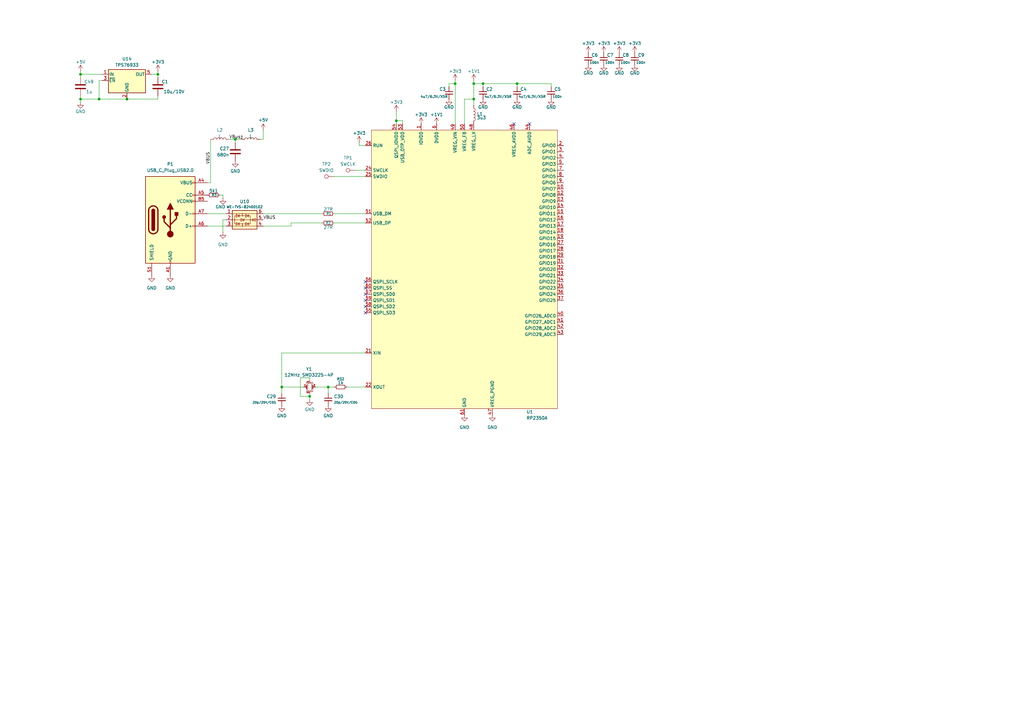
<source format=kicad_sch>
(kicad_sch (version 20250114) (generator "eeschema") (generator_version "9.0")
  (paper "A3")
  (title_block (title "PicoKey"))
  (lib_symbols
    (symbol "+5V_1" (power) (pin_numbers (hide yes)) (pin_names (offset 0) (hide yes))
      (property "Value" "+5V" (at 0 3.556 0))
      (symbol "+5V_1_0_1"
        (polyline (pts (xy -0.762 1.27) (xy 0 2.54)))
        (polyline (pts (xy 0 2.54) (xy 0.762 1.27)))
        (polyline (pts (xy 0 0) (xy 0 2.54)))
      )
      (symbol "+5V_1_1_1"
        (pin power_in line (at 0 0 90) (length 0) (name "~") (number "1"))
      )
    )
    (symbol "Connector:TestPoint" (pin_numbers (hide yes)) (pin_names (offset 0.762) (hide yes))
      (property "Reference" "TP" (at 0 6.858 0))
      (property "Value" "TestPoint" (at 0 5.08 0))
      (symbol "TestPoint_0_1"
        (circle (center 0 3.302) (radius 0.762))
      )
      (symbol "TestPoint_1_1"
        (pin passive line (at 0 0 90) (length 2.54) (name "1") (number "1"))
      )
    )
    (symbol "Connector:USB_C_Plug_USB2.0" (pin_names (offset 1.016))
      (property "Reference" "P" (at -10.16 19.05 0))
      (property "Value" "USB_C_Plug_USB2.0" (at 12.7 19.05 0))
      (symbol "USB_C_Plug_USB2.0_0_0"
        (rectangle (start -0.254 -17.78) (end 0.254 -16.764))
        (rectangle (start 10.16 15.494) (end 9.144 14.986))
        (rectangle (start 10.16 10.414) (end 9.144 9.906))
        (rectangle (start 10.16 7.874) (end 9.144 7.366))
        (rectangle (start 10.16 2.794) (end 9.144 2.286))
        (rectangle (start 10.16 -2.286) (end 9.144 -2.794))
      )
      (symbol "USB_C_Plug_USB2.0_0_1"
        (rectangle (start -10.16 17.78) (end 10.16 -17.78) (stroke (width 0.254)) (fill (type background)))
        (polyline (pts (xy -8.89 -3.81) (xy -8.89 3.81)) (stroke (width 0.508)))
        (rectangle (start -7.62 -3.81) (end -6.35 3.81) (stroke (width 0.254)) (fill (type outline)))
        (arc (start -7.62 3.81) (mid -6.985 4.4423) (end -6.35 3.81) (stroke (width 0.254)))
        (arc (start -7.62 3.81) (mid -6.985 4.4423) (end -6.35 3.81) (stroke (width 0.254)) (fill (type outline)))
        (arc (start -8.89 3.81) (mid -6.985 5.7067) (end -5.08 3.81) (stroke (width 0.508)))
        (arc (start -5.08 -3.81) (mid -6.985 -5.7067) (end -8.89 -3.81) (stroke (width 0.508)))
        (arc (start -6.35 -3.81) (mid -6.985 -4.4423) (end -7.62 -3.81) (stroke (width 0.254)))
        (arc (start -6.35 -3.81) (mid -6.985 -4.4423) (end -7.62 -3.81) (stroke (width 0.254)) (fill (type outline)))
        (polyline (pts (xy -5.08 3.81) (xy -5.08 -3.81)) (stroke (width 0.508)))
        (circle (center -2.54 1.143) (radius 0.635) (stroke (width 0.254)) (fill (type outline)))
        (polyline (pts (xy -1.27 4.318) (xy 0 6.858) (xy 1.27 4.318) (xy -1.27 4.318)) (stroke (width 0.254)) (fill (type outline)))
        (polyline (pts (xy 0 -2.032) (xy 2.54 0.508) (xy 2.54 1.778)) (stroke (width 0.508)))
        (polyline (pts (xy 0 -3.302) (xy -2.54 -0.762) (xy -2.54 0.508)) (stroke (width 0.508)))
        (polyline (pts (xy 0 -5.842) (xy 0 4.318)) (stroke (width 0.508)))
        (circle (center 0 -5.842) (radius 1.27) (fill (type outline)))
        (rectangle (start 1.905 1.778) (end 3.175 3.048) (stroke (width 0.254)) (fill (type outline)))
      )
      (symbol "USB_C_Plug_USB2.0_1_1"
        (pin passive line (at -7.62 -22.86 90) (length 5.08) (name "SHIELD") (number "S1"))
        (pin passive line (at 0 -22.86 90) (length 5.08) (name "GND") (number "A1"))
        (pin passive line (at 0 -22.86 90) (length 5.08) (hide yes) (name "GND") (number "A12"))
        (pin passive line (at 0 -22.86 90) (length 5.08) (hide yes) (name "GND") (number "B1"))
        (pin passive line (at 0 -22.86 90) (length 5.08) (hide yes) (name "GND") (number "B12"))
        (pin passive line (at 15.24 15.24 180) (length 5.08) (name "VBUS") (number "A4"))
        (pin passive line (at 15.24 15.24 180) (length 5.08) (hide yes) (name "VBUS") (number "A9"))
        (pin passive line (at 15.24 15.24 180) (length 5.08) (hide yes) (name "VBUS") (number "B4"))
        (pin passive line (at 15.24 15.24 180) (length 5.08) (hide yes) (name "VBUS") (number "B9"))
        (pin bidirectional line (at 15.24 10.16 180) (length 5.08) (name "CC") (number "A5"))
        (pin bidirectional line (at 15.24 7.62 180) (length 5.08) (name "VCONN") (number "B5"))
        (pin bidirectional line (at 15.24 2.54 180) (length 5.08) (name "D-") (number "A7"))
        (pin bidirectional line (at 15.24 -2.54 180) (length 5.08) (name "D+") (number "A6"))
      )
    )
    (symbol "Device:C" (pin_numbers (hide yes)) (pin_names (offset 0.254))
      (property "Reference" "C" (at 0.635 2.54 0))
      (property "Value" "C" (at 0.635 -2.54 0))
      (symbol "C_0_1"
        (polyline (pts (xy -2.032 0.762) (xy 2.032 0.762)) (stroke (width 0.508)))
        (polyline (pts (xy -2.032 -0.762) (xy 2.032 -0.762)) (stroke (width 0.508)))
      )
      (symbol "C_1_1"
        (pin passive line (at 0 3.81 270) (length 2.794) (name "~") (number "1"))
        (pin passive line (at 0 -3.81 90) (length 2.794) (name "~") (number "2"))
      )
    )
    (symbol "Device:C_Small" (pin_numbers (hide yes)) (pin_names (offset 0.254) (hide yes))
      (property "Reference" "C" (at 0.254 1.778 0))
      (property "Value" "C_Small" (at 0.254 -2.032 0))
      (symbol "C_Small_0_1"
        (polyline (pts (xy -1.524 0.508) (xy 1.524 0.508)) (stroke (width 0.3048)))
        (polyline (pts (xy -1.524 -0.508) (xy 1.524 -0.508)) (stroke (width 0.3302)))
      )
      (symbol "C_Small_1_1"
        (pin passive line (at 0 2.54 270) (length 2.032) (name "~") (number "1"))
        (pin passive line (at 0 -2.54 90) (length 2.032) (name "~") (number "2"))
      )
    )
    (symbol "Device:Crystal_GND24_Small" (pin_names (offset 1.016) (hide yes))
      (property "Reference" "Y" (at 1.27 4.445 0))
      (property "Value" "Crystal_GND24_Small" (at 1.27 2.54 0))
      (symbol "Crystal_GND24_Small_0_1"
        (polyline (pts (xy -1.27 1.27) (xy -1.27 1.905) (xy 1.27 1.905) (xy 1.27 1.27)))
        (polyline (pts (xy -1.27 -0.762) (xy -1.27 0.762)) (stroke (width 0.381)))
        (polyline (pts (xy -1.27 -1.27) (xy -1.27 -1.905) (xy 1.27 -1.905) (xy 1.27 -1.27)))
        (rectangle (start -0.762 -1.524) (end 0.762 1.524))
        (polyline (pts (xy 1.27 -0.762) (xy 1.27 0.762)) (stroke (width 0.381)))
      )
      (symbol "Crystal_GND24_Small_1_1"
        (pin passive line (at -2.54 0 0) (length 1.27) (name "1") (number "1"))
        (pin passive line (at 0 2.54 270) (length 0.635) (name "4") (number "4"))
        (pin passive line (at 0 -2.54 90) (length 0.635) (name "2") (number "2"))
        (pin passive line (at 2.54 0 180) (length 1.27) (name "3") (number "3"))
      )
    )
    (symbol "Device:L" (pin_numbers (hide yes)) (pin_names (offset 1.016) (hide yes))
      (property "Reference" "L" (at -1.27 0 90))
      (property "Value" "L" (at 1.905 0 90))
      (symbol "L_0_1"
        (arc (start 0 2.54) (mid 0.6323 1.905) (end 0 1.27))
        (arc (start 0 1.27) (mid 0.6323 0.635) (end 0 0))
        (arc (start 0 0) (mid 0.6323 -0.635) (end 0 -1.27))
        (arc (start 0 -1.27) (mid 0.6323 -1.905) (end 0 -2.54))
      )
      (symbol "L_1_1"
        (pin passive line (at 0 3.81 270) (length 1.27) (name "1") (number "1"))
        (pin passive line (at 0 -3.81 90) (length 1.27) (name "2") (number "2"))
      )
    )
    (symbol "Device:R_Small" (pin_numbers (hide yes)) (pin_names (offset 0.254) (hide yes))
      (property "Reference" "R" (at 0 0 90))
      (property "Value" "R_Small" (at 1.778 0 90))
      (symbol "R_Small_0_1"
        (rectangle (start -0.762 1.778) (end 0.762 -1.778) (stroke (width 0.2032)))
      )
      (symbol "R_Small_1_1"
        (pin passive line (at 0 2.54 270) (length 0.762) (name "~") (number "1"))
        (pin passive line (at 0 -2.54 90) (length 0.762) (name "~") (number "2"))
      )
    )
    (symbol "Power_Protection:WE-TVS-82400102"
      (property "Reference" "U" (at 0 7.62 0))
      (property "Value" "WE-TVS-82400102" (at 0 5.08 0))
      (symbol "WE-TVS-82400102_0_1"
        (polyline (pts (xy -5.08 2.54) (xy 5.08 2.54)))
        (polyline (pts (xy -5.08 -2.54) (xy 5.08 -2.54)))
        (rectangle (start -4.064 1.651) (end 2.286 -1.651))
        (circle (center -4.064 0) (radius 0.127))
        (polyline (pts (xy -4.064 0) (xy -5.08 0)))
        (polyline (pts (xy -4.064 0) (xy 2.286 0)) (fill (type outline)))
        (polyline (pts (xy -3.429 1.016) (xy -3.429 2.286) (xy -2.159 1.651) (xy -3.429 1.016)))
        (polyline (pts (xy -3.429 -1.016) (xy -3.429 -2.286) (xy -2.159 -1.651) (xy -3.429 -1.016)))
        (polyline (pts (xy -2.159 2.286) (xy -2.159 1.016)))
        (polyline (pts (xy -2.159 -1.016) (xy -2.159 -2.286)))
        (circle (center -0.889 2.54) (radius 0.127))
        (circle (center -0.889 1.651) (radius 0.127))
        (polyline (pts (xy -0.889 1.651) (xy -0.889 2.54)))
        (circle (center -0.889 -1.651) (radius 0.127))
        (polyline (pts (xy -0.889 -1.651) (xy -0.889 -2.413)))
        (circle (center -0.889 -2.54) (radius 0.127))
        (polyline (pts (xy -0.508 -0.635) (xy -0.508 -0.635)))
        (polyline (pts (xy 0 0.635) (xy -0.254 0.381) (xy -0.254 -0.381) (xy -0.508 -0.635)))
        (polyline (pts (xy 0.381 1.016) (xy 0.381 2.286) (xy 1.651 1.651) (xy 0.381 1.016)))
        (polyline (pts (xy 0.381 -1.016) (xy 0.381 -2.286) (xy 1.651 -1.651) (xy 0.381 -1.016)))
        (polyline (pts (xy 1.651 2.286) (xy 1.651 1.016)))
        (polyline (pts (xy 1.651 -1.016) (xy 1.651 -2.286)))
        (polyline (pts (xy 2.286 0) (xy 5.08 0)))
        (circle (center 2.286 0) (radius 0.127))
      )
      (symbol "WE-TVS-82400102_1_1"
        (rectangle (start -5.08 3.81) (end 5.08 -3.81) (stroke (width 0.254)) (fill (type background)))
        (polyline (pts (xy -1.524 0.635) (xy -1.524 -0.635) (xy -0.254 0) (xy -1.524 0.635)))
        (polyline (pts (xy 3.175 0.635) (xy 3.175 -0.635)))
        (polyline (pts (xy 4.445 0.635) (xy 4.445 -0.635) (xy 3.175 0) (xy 4.445 0.635)))
        (pin passive line (at -7.62 2.54 0) (length 2.54) (name "~") (number "1"))
        (pin passive line (at -7.62 0 0) (length 2.54) (name "~") (number "2"))
        (pin passive line (at -7.62 -2.54 0) (length 2.54) (name "~") (number "3"))
        (pin passive line (at 7.62 2.54 180) (length 2.54) (name "~") (number "6"))
        (pin passive line (at 7.62 0 180) (length 2.54) (name "~") (number "5"))
        (pin passive line (at 7.62 -2.54 180) (length 2.54) (name "~") (number "4"))
      )
    )
    (symbol "Regulator_Linear:TPS76933" (pin_names (offset 0.254))
      (property "Reference" "U" (at -6.35 5.715 0))
      (property "Value" "TPS76933" (at 0 5.715 0))
      (symbol "TPS76933_0_1"
        (rectangle (start -7.62 4.445) (end 7.62 -5.08) (stroke (width 0.254)) (fill (type background)))
      )
      (symbol "TPS76933_1_1"
        (pin power_in line (at -10.16 2.54 0) (length 2.54) (name "IN") (number "1"))
        (pin input line (at -10.16 0 0) (length 2.54) (name "~{EN}") (number "3"))
        (pin power_in line (at 0 -7.62 90) (length 2.54) (name "GND") (number "2"))
        (pin no_connect line (at 7.62 0 180) (length 2.54) (hide yes) (name "NC") (number "4"))
        (pin power_out line (at 10.16 2.54 180) (length 2.54) (name "OUT") (number "5"))
      )
    )
    (symbol "power:+1V1" (power) (pin_numbers (hide yes)) (pin_names (offset 0) (hide yes))
      (property "Value" "+1V1" (at 0 3.556 0))
      (symbol "+1V1_0_1"
        (polyline (pts (xy -0.762 1.27) (xy 0 2.54)))
        (polyline (pts (xy 0 2.54) (xy 0.762 1.27)))
        (polyline (pts (xy 0 0) (xy 0 2.54)))
      )
      (symbol "+1V1_1_1"
        (pin power_in line (at 0 0 90) (length 0) (name "~") (number "1"))
      )
    )
    (symbol "power:+3V3" (power) (pin_numbers (hide yes)) (pin_names (offset 0) (hide yes))
      (property "Value" "+3V3" (at 0 3.556 0))
      (symbol "+3V3_0_1"
        (polyline (pts (xy -0.762 1.27) (xy 0 2.54)))
        (polyline (pts (xy 0 2.54) (xy 0.762 1.27)))
        (polyline (pts (xy 0 0) (xy 0 2.54)))
      )
      (symbol "+3V3_1_1"
        (pin power_in line (at 0 0 90) (length 0) (name "~") (number "1"))
      )
    )
    (symbol "power:+5V" (power) (pin_names (offset 0))
      (property "Value" "+5V" (at 0 3.556 0))
      (symbol "+5V_0_1"
        (polyline (pts (xy -0.762 1.27) (xy 0 2.54)))
        (polyline (pts (xy 0 2.54) (xy 0.762 1.27)))
        (polyline (pts (xy 0 0) (xy 0 2.54)))
      )
      (symbol "+5V_1_1"
        (pin power_in line (at 0 0 90) (length 0) (hide yes) (name "+5V") (number "1"))
      )
    )
    (symbol "power:GND" (power) (pin_numbers (hide yes)) (pin_names (offset 0) (hide yes))
      (property "Value" "GND" (at 0 -3.81 0))
      (symbol "GND_0_1"
        (polyline (pts (xy 0 0) (xy 0 -1.27) (xy 1.27 -1.27) (xy 0 -2.54) (xy -1.27 -1.27) (xy 0 -1.27)))
      )
      (symbol "GND_1_1"
        (pin power_in line (at 0 0 270) (length 0) (name "~") (number "1"))
      )
    )
    (symbol "rt_MCU:RP2350A"
      (property "Reference" "U" (at 33.02 53.848 0))
      (property "Value" "RP2350A" (at 33.02 51.816 0))
      (symbol "RP2350A_0_0"
        (pin input line (at -40.64 44.45 0) (length 2.54) (name "RUN") (number "26"))
        (pin input line (at -40.64 34.29 0) (length 2.54) (name "SWCLK") (number "24"))
        (pin input line (at -40.64 31.75 0) (length 2.54) (name "SWDIO") (number "25"))
        (pin bidirectional line (at -40.64 16.51 0) (length 2.54) (name "USB_DM") (number "51"))
        (pin bidirectional line (at -40.64 12.7 0) (length 2.54) (name "USB_DP") (number "52"))
        (pin output line (at -40.64 -11.43 0) (length 2.54) (name "QSPI_SCLK") (number "56"))
        (pin output line (at -40.64 -13.97 0) (length 2.54) (name "QSPI_SS") (number "60"))
        (pin bidirectional line (at -40.64 -16.51 0) (length 2.54) (name "QSPI_SD0") (number "57"))
        (pin bidirectional line (at -40.64 -19.05 0) (length 2.54) (name "QSPI_SD1") (number "59"))
        (pin bidirectional line (at -40.64 -21.59 0) (length 2.54) (name "QSPI_SD2") (number "58"))
        (pin bidirectional line (at -40.64 -24.13 0) (length 2.54) (name "QSPI_SD3") (number "55"))
        (pin input line (at -40.64 -40.64 0) (length 2.54) (name "XIN") (number "21"))
        (pin output line (at -40.64 -54.61 0) (length 2.54) (name "XOUT") (number "22"))
        (pin power_in line (at -27.94 53.34 270) (length 2.54) (name "QSPI_IOVDD") (number "54"))
        (pin power_in line (at -25.4 53.34 270) (length 2.54) (name "USB_OTP_VDD") (number "53"))
        (pin power_in line (at -17.78 53.34 270) (length 2.54) (name "IOVDD") (number "1"))
        (pin power_in line (at -11.43 53.34 270) (length 2.54) (name "DVDD") (number "6"))
        (pin power_in line (at -3.81 53.34 270) (length 2.54) (name "VREG_VIN") (number "49"))
        (pin input line (at 0 53.34 270) (length 2.54) (name "VREG_FB") (number "50"))
        (pin power_out line (at 3.81 53.34 270) (length 2.54) (name "VREG_LX") (number "48"))
        (pin power_out line (at 11.43 -66.04 90) (length 2.54) (name "VREG_PGND") (number "47"))
        (pin power_out line (at 20.32 53.34 270) (length 2.54) (name "VREG_AVDD") (number "46"))
        (pin power_in line (at 26.67 53.34 270) (length 2.54) (name "ADC_AVDD") (number "44"))
        (pin bidirectional line (at 40.64 44.45 180) (length 2.54) (name "GPIO0") (number "2"))
        (pin bidirectional line (at 40.64 41.91 180) (length 2.54) (name "GPIO1") (number "3"))
        (pin bidirectional line (at 40.64 39.37 180) (length 2.54) (name "GPIO2") (number "4"))
        (pin bidirectional line (at 40.64 36.83 180) (length 2.54) (name "GPIO3") (number "5"))
        (pin bidirectional line (at 40.64 34.29 180) (length 2.54) (name "GPIO4") (number "7"))
        (pin bidirectional line (at 40.64 31.75 180) (length 2.54) (name "GPIO5") (number "8"))
        (pin bidirectional line (at 40.64 29.21 180) (length 2.54) (name "GPIO6") (number "9"))
        (pin bidirectional line (at 40.64 26.67 180) (length 2.54) (name "GPIO7") (number "10"))
        (pin bidirectional line (at 40.64 24.13 180) (length 2.54) (name "GPIO8") (number "12"))
        (pin bidirectional line (at 40.64 21.59 180) (length 2.54) (name "GPIO9") (number "13"))
        (pin bidirectional line (at 40.64 19.05 180) (length 2.54) (name "GPIO10") (number "14"))
        (pin bidirectional line (at 40.64 16.51 180) (length 2.54) (name "GPIO11") (number "15"))
        (pin bidirectional line (at 40.64 13.97 180) (length 2.54) (name "GPIO12") (number "16"))
        (pin bidirectional line (at 40.64 11.43 180) (length 2.54) (name "GPIO13") (number "17"))
        (pin bidirectional line (at 40.64 8.89 180) (length 2.54) (name "GPIO14") (number "18"))
        (pin bidirectional line (at 40.64 6.35 180) (length 2.54) (name "GPIO15") (number "19"))
        (pin bidirectional line (at 40.64 3.81 180) (length 2.54) (name "GPIO16") (number "27"))
        (pin bidirectional line (at 40.64 1.27 180) (length 2.54) (name "GPIO17") (number "28"))
        (pin bidirectional line (at 40.64 -1.27 180) (length 2.54) (name "GPIO18") (number "29"))
        (pin bidirectional line (at 40.64 -3.81 180) (length 2.54) (name "GPIO19") (number "31"))
        (pin bidirectional line (at 40.64 -6.35 180) (length 2.54) (name "GPIO20") (number "32"))
        (pin bidirectional line (at 40.64 -8.89 180) (length 2.54) (name "GPIO21") (number "33"))
        (pin bidirectional line (at 40.64 -11.43 180) (length 2.54) (name "GPIO22") (number "34"))
        (pin bidirectional line (at 40.64 -13.97 180) (length 2.54) (name "GPIO23") (number "35"))
        (pin bidirectional line (at 40.64 -16.51 180) (length 2.54) (name "GPIO24") (number "36"))
        (pin bidirectional line (at 40.64 -19.05 180) (length 2.54) (name "GPIO25") (number "37"))
        (pin bidirectional line (at 40.64 -25.4 180) (length 2.54) (name "GPIO26_ADC0") (number "40"))
        (pin bidirectional line (at 40.64 -27.94 180) (length 2.54) (name "GPIO27_ADC1") (number "41"))
        (pin bidirectional line (at 40.64 -30.48 180) (length 2.54) (name "GPIO28_ADC2") (number "42"))
        (pin bidirectional line (at 40.64 -33.02 180) (length 2.54) (name "GPIO29_ADC3") (number "43"))
      )
      (symbol "RP2350A_1_0"
        (pin power_in line (at -17.78 53.34 270) (length 2.54) (hide yes) (name "IOVDD") (number "11"))
        (pin power_in line (at -17.78 53.34 270) (length 2.54) (hide yes) (name "IOVDD") (number "20"))
        (pin power_in line (at -17.78 53.34 270) (length 2.54) (hide yes) (name "IOVDD") (number "30"))
        (pin power_in line (at -17.78 53.34 270) (length 2.54) (hide yes) (name "IOVDD") (number "38"))
        (pin power_in line (at -17.78 53.34 270) (length 2.54) (hide yes) (name "IOVDD") (number "45"))
        (pin power_in line (at -11.43 53.34 270) (length 2.54) (hide yes) (name "DVDD") (number "23"))
        (pin power_in line (at -11.43 53.34 270) (length 2.54) (hide yes) (name "DVDD") (number "39"))
        (pin power_in line (at 0 -66.04 90) (length 2.54) (name "GND") (number "61"))
      )
      (symbol "RP2350A_1_1"
        (rectangle (start -38.1 50.8) (end 38.1 -63.5) (fill (type background)))
      )
    )
  )
  (junction (at 162.56 49.53))
  (junction (at 127 162.56))
  (junction (at 134.62 158.75))
  (junction (at 52.07 40.64))
  (junction (at 194.31 34.29))
  (junction (at 115.57 158.75))
  (junction (at 40.64 40.64))
  (junction (at 212.09 34.29))
  (junction (at 194.31 40.64))
  (junction (at 33.02 40.64))
  (junction (at 186.69 34.29))
  (junction (at 96.52 57.15))
  (junction (at 33.02 30.48))
  (junction (at 64.77 30.48))
  (junction (at 198.12 34.29))
  (no_connect (at 149.86 120.65))
  (no_connect (at 149.86 125.73))
  (no_connect (at 149.86 118.11))
  (no_connect (at 210.82 50.8))
  (no_connect (at 149.86 128.27))
  (no_connect (at 217.17 50.8))
  (no_connect (at 149.86 123.19))
  (no_connect (at 149.86 115.57))
  (wire (pts (xy 41.91 33.02) (xy 40.64 33.02)))
  (wire (pts (xy 137.16 87.63) (xy 149.86 87.63)))
  (wire (pts (xy 147.32 58.42) (xy 147.32 59.69)))
  (wire (pts (xy 165.1 50.8) (xy 165.1 49.53)))
  (wire (pts (xy 194.31 34.29) (xy 194.31 40.64)))
  (wire (pts (xy 93.98 57.15) (xy 96.52 57.15)))
  (wire (pts (xy 119.38 92.71) (xy 119.38 91.44)))
  (wire (pts (xy 184.15 34.29) (xy 184.15 35.56)))
  (wire (pts (xy 33.02 31.75) (xy 33.02 30.48)))
  (wire (pts (xy 33.02 40.64) (xy 33.02 41.91)))
  (wire (pts (xy 86.36 57.15) (xy 86.36 74.93)))
  (wire (pts (xy 129.54 158.75) (xy 134.62 158.75)))
  (wire (pts (xy 127 154.94) (xy 127 156.21)))
  (wire (pts (xy 96.52 57.15) (xy 99.06 57.15)))
  (wire (pts (xy 137.16 91.44) (xy 149.86 91.44)))
  (wire (pts (xy 33.02 30.48) (xy 41.91 30.48)))
  (wire (pts (xy 91.44 95.25) (xy 91.44 90.17)))
  (wire (pts (xy 194.31 34.29) (xy 198.12 34.29)))
  (wire (pts (xy 107.95 53.34) (xy 107.95 57.15)))
  (wire (pts (xy 119.38 91.44) (xy 132.08 91.44)))
  (wire (pts (xy 190.5 40.64) (xy 194.31 40.64)))
  (wire (pts (xy 212.09 35.56) (xy 212.09 34.29)))
  (wire (pts (xy 190.5 50.8) (xy 190.5 40.64)))
  (wire (pts (xy 134.62 158.75) (xy 134.62 161.29)))
  (wire (pts (xy 64.77 31.75) (xy 64.77 30.48)))
  (wire (pts (xy 40.64 40.64) (xy 52.07 40.64)))
  (wire (pts (xy 33.02 40.64) (xy 40.64 40.64)))
  (wire (pts (xy 85.09 74.93) (xy 86.36 74.93)))
  (wire (pts (xy 107.95 92.71) (xy 119.38 92.71)))
  (wire (pts (xy 107.95 87.63) (xy 132.08 87.63)))
  (wire (pts (xy 123.19 154.94) (xy 127 154.94)))
  (wire (pts (xy 91.44 90.17) (xy 92.71 90.17)))
  (wire (pts (xy 198.12 34.29) (xy 212.09 34.29)))
  (wire (pts (xy 149.86 59.69) (xy 147.32 59.69)))
  (wire (pts (xy 162.56 45.72) (xy 162.56 49.53)))
  (wire (pts (xy 52.07 40.64) (xy 64.77 40.64)))
  (wire (pts (xy 142.24 158.75) (xy 149.86 158.75)))
  (wire (pts (xy 96.52 57.15) (xy 96.52 58.42)))
  (wire (pts (xy 162.56 49.53) (xy 162.56 50.8)))
  (wire (pts (xy 162.56 49.53) (xy 165.1 49.53)))
  (wire (pts (xy 91.44 80.01) (xy 90.17 80.01)))
  (wire (pts (xy 212.09 34.29) (xy 226.06 34.29)))
  (wire (pts (xy 186.69 34.29) (xy 184.15 34.29)))
  (wire (pts (xy 198.12 35.56) (xy 198.12 34.29)))
  (wire (pts (xy 33.02 29.21) (xy 33.02 30.48)))
  (wire (pts (xy 106.68 57.15) (xy 107.95 57.15)))
  (wire (pts (xy 115.57 158.75) (xy 124.46 158.75)))
  (wire (pts (xy 186.69 33.02) (xy 186.69 34.29)))
  (wire (pts (xy 64.77 29.21) (xy 64.77 30.48)))
  (wire (pts (xy 134.62 158.75) (xy 137.16 158.75)))
  (wire (pts (xy 127 162.56) (xy 127 163.83)))
  (wire (pts (xy 40.64 33.02) (xy 40.64 40.64)))
  (wire (pts (xy 115.57 144.78) (xy 149.86 144.78)))
  (wire (pts (xy 91.44 81.28) (xy 91.44 80.01)))
  (wire (pts (xy 137.16 72.39) (xy 149.86 72.39)))
  (wire (pts (xy 127 161.29) (xy 127 162.56)))
  (wire (pts (xy 64.77 39.37) (xy 64.77 40.64)))
  (wire (pts (xy 186.69 50.8) (xy 186.69 34.29)))
  (wire (pts (xy 123.19 154.94) (xy 123.19 162.56)))
  (wire (pts (xy 194.31 33.02) (xy 194.31 34.29)))
  (wire (pts (xy 33.02 39.37) (xy 33.02 40.64)))
  (wire (pts (xy 123.19 162.56) (xy 127 162.56)))
  (wire (pts (xy 115.57 144.78) (xy 115.57 158.75)))
  (wire (pts (xy 64.77 30.48) (xy 62.23 30.48)))
  (wire (pts (xy 146.05 69.85) (xy 149.86 69.85)))
  (wire (pts (xy 115.57 158.75) (xy 115.57 161.29)))
  (wire (pts (xy 85.09 87.63) (xy 92.71 87.63)))
  (wire (pts (xy 226.06 35.56) (xy 226.06 34.29)))
  (wire (pts (xy 85.09 92.71) (xy 92.71 92.71)))
  (wire (pts (xy 194.31 40.64) (xy 194.31 43.18)))
  (label "VBUS" (at 86.36 67.31 90))
  (label "VBUS" (at 107.95 90.17 0))
  (label "VBus_{2}" (at 93.98 57.15 0))
  (symbol (lib_id "Device:C_Small") (at 254 24.13 0) (unit 1)
    (property "Reference" "C8" (at 255.27 22.606 0) (effects (justify left)))
    (property "Value" "100n" (at 254.508 25.654 0) (effects (font (size 1 1)) (justify left)))
    (property "Footprint" "Capacitor_SMD:C_0603_1608Metric" (effects (hide yes)))
    (property "Description" "Unpolarized capacitor, small symbol" (effects (hide yes)))
  )
  (symbol (lib_id "Device:C_Small") (at 198.12 38.1 0) (unit 1)
    (property "Reference" "C2" (at 199.39 36.576 0) (effects (justify left)))
    (property "Value" "4u7/6.3V/X5R" (at 198.628 39.624 0) (effects (font (size 1 1)) (justify left)))
    (property "Footprint" "Capacitor_SMD:C_0603_1608Metric" (effects (hide yes)))
    (property "Description" "Unpolarized capacitor, small symbol" (effects (hide yes)))
  )
  (symbol (lib_id "Device:C") (at 33.02 35.56 0) (unit 1)
    (property "Reference" "C49" (at 34.544 33.528 0) (effects (justify left)))
    (property "Value" "1u" (at 35.306 37.592 0) (effects (justify left)))
    (property "Footprint" "Capacitor_SMD:C_0805_2012Metric" (effects (hide yes)))
  )
  (symbol (lib_name "+5V_1") (lib_id "power:+5V") (at 107.95 53.34 0) (unit 1)
    (property "Reference" "#PWR038" (effects (hide yes)))
    (property "Value" "+5V" (at 107.95 49.2069 0))
    (property "Description" "Power symbol creates a global label with name \"+5V\"" (effects (hide yes)))
  )
  (symbol (lib_id "Device:C_Small") (at 134.62 163.83 0) (mirror y) (unit 1)
    (property "Reference" "C30" (at 136.9441 162.6241 0) (effects (justify right)))
    (property "Value" "20p/25V/C0G" (at 136.9441 165.0484 0) (effects (font (size 0.9 0.9)) (justify right)))
    (property "Footprint" "Capacitor_SMD:C_0603_1608Metric" (effects (hide yes)))
    (property "Description" "Unpolarized capacitor, small symbol" (effects (hide yes)))
  )
  (symbol (lib_id "power:GND") (at 260.35 26.67 0) (unit 1)
    (property "Reference" "#PWR024" (effects (hide yes)))
    (property "Value" "GND" (at 260.35 29.972 0))
    (property "Description" "Power symbol creates a global label with name \"GND\" , ground" (effects (hide yes)))
  )
  (symbol (lib_id "power:GND") (at 96.52 66.04 0) (unit 1)
    (property "Reference" "#PWR036" (effects (hide yes)))
    (property "Value" "GND" (at 96.52 70.1731 0))
    (property "Description" "Power symbol creates a global label with name \"GND\" , ground" (effects (hide yes)))
  )
  (symbol (lib_id "Device:R_Small") (at 134.62 91.44 90) (mirror x) (unit 1)
    (property "Reference" "R2" (at 134.62 91.44 90) (effects (font (size 1.016 1.016))))
    (property "Value" "27R" (at 134.62 93.218 90))
    (property "Footprint" "Resistor_SMD:R_0603_1608Metric" (effects (hide yes)))
    (property "Description" "Resistor, small symbol" (effects (hide yes)))
  )
  (symbol (lib_id "power:GND") (at 184.15 40.64 0) (unit 1)
    (property "Reference" "#PWR013" (effects (hide yes)))
    (property "Value" "GND" (at 184.15 43.942 0))
    (property "Description" "Power symbol creates a global label with name \"GND\" , ground" (effects (hide yes)))
  )
  (symbol (lib_id "power:+3V3") (at 172.72 50.8 0) (unit 1)
    (property "Reference" "#PWR08" (effects (hide yes)))
    (property "Value" "+3V3" (at 172.72 46.99 0))
  )
  (symbol (lib_id "Device:L") (at 194.31 46.99 0) (unit 1)
    (property "Reference" "L1" (at 195.58 46.736 0) (effects (justify left)))
    (property "Value" "3u3" (at 195.58 48.2599 0) (effects (justify left)))
    (property "Description" "Inductor" (effects (hide yes)))
  )
  (symbol (lib_id "Device:C_Small") (at 247.65 24.13 0) (unit 1)
    (property "Reference" "C7" (at 248.92 22.606 0) (effects (justify left)))
    (property "Value" "100n" (at 248.158 25.654 0) (effects (font (size 1 1)) (justify left)))
    (property "Footprint" "Capacitor_SMD:C_0603_1608Metric" (effects (hide yes)))
    (property "Description" "Unpolarized capacitor, small symbol" (effects (hide yes)))
  )
  (symbol (lib_id "Connector:TestPoint") (at 137.16 72.39 90) (unit 1)
    (property "Reference" "TP2" (at 133.858 67.31 90))
    (property "Value" "SWDIO" (at 133.858 69.85 90))
    (property "Footprint" "TestPoint:TestPoint_Pad_1.0x1.0mm" (effects (hide yes)))
    (property "Description" "test point" (effects (hide yes)))
  )
  (symbol (lib_id "rt_MCU:RP2350A") (at 190.5 104.14 0) (unit 1)
    (property "Reference" "U1" (at 215.9 168.91 0) (effects (justify left)))
    (property "Value" "RP2350A" (at 215.9 171.45 0) (effects (justify left)))
    (property "Footprint" "Package_DFN_QFN:QFN-60-1EP_7x7mm_P0.4mm_EP3.4x3.4mm_ThermalVias" (effects (hide yes)))
    (property "Datasheet" "https://pip-assets.raspberrypi.com/categories/1214-rp2350/documents/RP-008373-DS-2-rp2350-datasheet.pdf?disposition=inline" (effects (hide yes)))
  )
  (symbol (lib_id "Device:R_Small") (at 134.62 87.63 90) (unit 1)
    (property "Reference" "R1" (at 134.874 87.63 90) (effects (font (size 1.016 1.016))))
    (property "Value" "27R" (at 134.62 85.852 90))
    (property "Footprint" "Resistor_SMD:R_0603_1608Metric" (effects (hide yes)))
    (property "Description" "Resistor, small symbol" (effects (hide yes)))
  )
  (symbol (lib_id "Device:L") (at 90.17 57.15 90) (unit 1)
    (property "Reference" "L2" (at 90.17 53.34 90))
    (property "Value" "L" (at 90.17 55.88 90))
    (property "Footprint" "Inductor_SMD:L_0603_1608Metric_Pad1.05x0.95mm_HandSolder" (effects (hide yes)))
  )
  (symbol (lib_id "power:GND") (at 69.85 113.03 0) (unit 1)
    (property "Reference" "#PWR02" (effects (hide yes)))
    (property "Value" "GND" (at 69.85 118.11 0))
    (property "Description" "Power symbol creates a global label with name \"GND\" , ground" (effects (hide yes)))
  )
  (symbol (lib_id "power:GND") (at 91.44 81.28 0) (unit 1)
    (property "Reference" "#PWR04" (effects (hide yes)))
    (property "Value" "GND" (at 90.424 84.836 0))
    (property "Description" "Power symbol creates a global label with name \"GND\" , ground" (effects (hide yes)))
  )
  (symbol (lib_id "power:GND") (at 115.57 166.37 0) (unit 1)
    (property "Reference" "#PWR040" (effects (hide yes)))
    (property "Value" "GND" (at 115.57 170.5031 0))
    (property "Description" "Power symbol creates a global label with name \"GND\" , ground" (effects (hide yes)))
  )
  (symbol (lib_id "power:+3V3") (at 260.35 21.59 0) (unit 1)
    (property "Reference" "#PWR023" (effects (hide yes)))
    (property "Value" "+3V3" (at 260.35 17.78 0))
  )
  (symbol (lib_id "Device:C_Small") (at 226.06 38.1 0) (unit 1)
    (property "Reference" "C5" (at 227.33 36.576 0) (effects (justify left)))
    (property "Value" "100n" (at 226.568 39.624 0) (effects (font (size 1 1)) (justify left)))
    (property "Footprint" "Capacitor_SMD:C_0603_1608Metric" (effects (hide yes)))
    (property "Description" "Unpolarized capacitor, small symbol" (effects (hide yes)))
  )
  (symbol (lib_id "power:GND") (at 190.5 170.18 0) (unit 1)
    (property "Reference" "#PWR03" (effects (hide yes)))
    (property "Value" "GND" (at 190.5 175.26 0))
    (property "Description" "Power symbol creates a global label with name \"GND\" , ground" (effects (hide yes)))
  )
  (symbol (lib_id "power:+3V3") (at 247.65 21.59 0) (unit 1)
    (property "Reference" "#PWR019" (effects (hide yes)))
    (property "Value" "+3V3" (at 247.65 17.78 0))
  )
  (symbol (lib_id "power:GND") (at 226.06 40.64 0) (unit 1)
    (property "Reference" "#PWR016" (effects (hide yes)))
    (property "Value" "GND" (at 226.06 43.942 0))
    (property "Description" "Power symbol creates a global label with name \"GND\" , ground" (effects (hide yes)))
  )
  (symbol (lib_id "power:+1V1") (at 179.07 50.8 0) (unit 1)
    (property "Reference" "#PWR09" (effects (hide yes)))
    (property "Value" "+1V1" (at 179.07 46.99 0))
    (property "Description" "Power symbol creates a global label with name \"+1V1\"" (effects (hide yes)))
  )
  (symbol (lib_id "power:GND") (at 33.02 41.91 0) (unit 1)
    (property "Reference" "#PWR072" (effects (hide yes)))
    (property "Value" "GND" (at 33.02 45.72 0))
    (property "Description" "Power symbol creates a global label with name \"GND\" , ground" (effects (hide yes)))
  )
  (symbol (lib_id "Device:C_Small") (at 115.57 163.83 0) (unit 1)
    (property "Reference" "C29" (at 113.2459 162.6241 0) (effects (justify right)))
    (property "Value" "20p/25V/C0G" (at 113.2459 165.0484 0) (effects (font (size 0.9 0.9)) (justify right)))
    (property "Footprint" "Capacitor_SMD:C_0603_1608Metric" (effects (hide yes)))
    (property "Description" "Unpolarized capacitor, small symbol" (effects (hide yes)))
  )
  (symbol (lib_id "power:+5V") (at 33.02 29.21 0) (unit 1)
    (property "Reference" "#PWR071" (effects (hide yes)))
    (property "Value" "+5V" (at 33.02 25.4 0))
  )
  (symbol (lib_id "Device:C") (at 96.52 62.23 0) (mirror y) (unit 1)
    (property "Reference" "C27" (at 93.98 60.96 0) (effects (justify left)))
    (property "Value" "680n" (at 93.98 63.5 0) (effects (justify left)))
    (property "Footprint" "Capacitor_SMD:C_0603_1608Metric" (effects (hide yes)))
  )
  (symbol (lib_id "Connector:USB_C_Plug_USB2.0") (at 69.85 90.17 0) (unit 1)
    (property "Reference" "P1" (at 69.85 67.31 0))
    (property "Value" "USB_C_Plug_USB2.0" (at 69.85 69.85 0))
    (property "Datasheet" "https://www.usb.org/sites/default/files/documents/usb_type-c.zip" (effects (hide yes)))
    (property "Description" "USB 2.0-only Type-C Plug connector" (effects (hide yes)))
  )
  (symbol (lib_id "power:GND") (at 134.62 166.37 0) (unit 1)
    (property "Reference" "#PWR043" (effects (hide yes)))
    (property "Value" "GND" (at 134.62 170.5031 0))
    (property "Description" "Power symbol creates a global label with name \"GND\" , ground" (effects (hide yes)))
  )
  (symbol (lib_id "Regulator_Linear:TPS76933") (at 52.07 33.02 0) (unit 1)
    (property "Reference" "U14" (at 52.07 24.13 0))
    (property "Value" "TPS76933" (at 52.07 26.67 0))
    (property "Footprint" "Package_TO_SOT_SMD:SOT-23-5" (effects (hide yes)))
    (property "Datasheet" "http://www.ti.com/lit/ds/symlink/tps769.pdf" (effects (hide yes)))
    (property "Description" "Ultra Low Power 100mA Low Drop Out Regulator 3.3V, SOT-23-5" (effects (hide yes)))
  )
  (symbol (lib_id "power:+3V3") (at 241.3 21.59 0) (unit 1)
    (property "Reference" "#PWR018" (effects (hide yes)))
    (property "Value" "+3V3" (at 241.3 17.78 0))
  )
  (symbol (lib_id "Device:C_Small") (at 212.09 38.1 0) (unit 1)
    (property "Reference" "C4" (at 213.36 36.576 0) (effects (justify left)))
    (property "Value" "4u7/6.3V/X5R" (at 212.598 39.624 0) (effects (font (size 1 1)) (justify left)))
    (property "Footprint" "Capacitor_SMD:C_0603_1608Metric" (effects (hide yes)))
    (property "Description" "Unpolarized capacitor, small symbol" (effects (hide yes)))
  )
  (symbol (lib_id "Device:C") (at 64.77 35.56 0) (unit 1)
    (property "Reference" "C1" (at 66.294 33.528 0) (effects (justify left)))
    (property "Value" "10u/10V" (at 67.056 37.592 0) (effects (justify left)))
    (property "Footprint" "Capacitor_SMD:C_0805_2012Metric" (effects (hide yes)))
  )
  (symbol (lib_id "power:GND") (at 241.3 26.67 0) (unit 1)
    (property "Reference" "#PWR017" (effects (hide yes)))
    (property "Value" "GND" (at 241.3 29.972 0))
    (property "Description" "Power symbol creates a global label with name \"GND\" , ground" (effects (hide yes)))
  )
  (symbol (lib_id "Power_Protection:WE-TVS-82400102") (at 100.33 90.17 0) (unit 1)
    (property "Reference" "U10" (at 100.33 82.6501 0))
    (property "Value" "WE-TVS-82400102" (at 100.33 84.8572 0) (effects (font (size 1 1))))
    (property "Footprint" "Package_TO_SOT_SMD:SOT-23-6" (effects (hide yes)))
    (property "Datasheet" "https://www.we-online.com/components/products/datasheet/82400102.pdf" (effects (hide yes)))
    (property "Description" "Low Capacitance TVS Diode Array, 2 Channels, SOT-23-6" (effects (hide yes)))
  )
  (symbol (lib_id "power:GND") (at 201.93 170.18 0) (unit 1)
    (property "Reference" "#PWR06" (effects (hide yes)))
    (property "Value" "GND" (at 201.93 175.26 0))
    (property "Description" "Power symbol creates a global label with name \"GND\" , ground" (effects (hide yes)))
  )
  (symbol (lib_id "power:GND") (at 247.65 26.67 0) (unit 1)
    (property "Reference" "#PWR020" (effects (hide yes)))
    (property "Value" "GND" (at 247.65 29.972 0))
    (property "Description" "Power symbol creates a global label with name \"GND\" , ground" (effects (hide yes)))
  )
  (symbol (lib_id "power:+3V3") (at 254 21.59 0) (unit 1)
    (property "Reference" "#PWR021" (effects (hide yes)))
    (property "Value" "+3V3" (at 254 17.78 0))
  )
  (symbol (lib_id "power:+3V3") (at 64.77 29.21 0) (unit 1)
    (property "Reference" "#PWR077" (effects (hide yes)))
    (property "Value" "+3V3" (at 64.77 25.4 0))
  )
  (symbol (lib_id "Connector:TestPoint") (at 146.05 69.85 90) (unit 1)
    (property "Reference" "TP1" (at 142.748 64.77 90))
    (property "Value" "SWCLK" (at 142.748 67.31 90))
    (property "Footprint" "TestPoint:TestPoint_Pad_1.0x1.0mm" (effects (hide yes)))
    (property "Description" "test point" (effects (hide yes)))
  )
  (symbol (lib_id "power:GND") (at 198.12 40.64 0) (unit 1)
    (property "Reference" "#PWR011" (effects (hide yes)))
    (property "Value" "GND" (at 198.12 43.942 0))
    (property "Description" "Power symbol creates a global label with name \"GND\" , ground" (effects (hide yes)))
  )
  (symbol (lib_id "power:GND") (at 62.23 113.03 0) (unit 1)
    (property "Reference" "#PWR07" (effects (hide yes)))
    (property "Value" "GND" (at 62.23 118.11 0))
    (property "Description" "Power symbol creates a global label with name \"GND\" , ground" (effects (hide yes)))
  )
  (symbol (lib_id "Device:C_Small") (at 241.3 24.13 0) (unit 1)
    (property "Reference" "C6" (at 242.57 22.606 0) (effects (justify left)))
    (property "Value" "100n" (at 241.808 25.654 0) (effects (font (size 1 1)) (justify left)))
    (property "Footprint" "Capacitor_SMD:C_0603_1608Metric" (effects (hide yes)))
    (property "Description" "Unpolarized capacitor, small symbol" (effects (hide yes)))
  )
  (symbol (lib_id "power:GND") (at 91.44 95.25 0) (unit 1)
    (property "Reference" "#PWR01" (effects (hide yes)))
    (property "Value" "GND" (at 91.44 100.33 0))
    (property "Description" "Power symbol creates a global label with name \"GND\" , ground" (effects (hide yes)))
  )
  (symbol (lib_id "power:+3V3") (at 162.56 45.72 0) (unit 1)
    (property "Reference" "#PWR010" (effects (hide yes)))
    (property "Value" "+3V3" (at 162.56 41.91 0))
  )
  (symbol (lib_id "Device:Crystal_GND24_Small") (at 127 158.75 0) (unit 1)
    (property "Reference" "Y1" (at 126.746 151.384 0))
    (property "Value" "12MHz SMD3225-4P" (at 126.746 153.8083 0))
    (property "Footprint" "Crystal:Crystal_SMD_3225-4Pin_3.2x2.5mm" (effects (hide yes)))
    (property "Description" "Four pin crystal, GND on pins 2 and 4, small symbol" (effects (hide yes)))
  )
  (symbol (lib_id "power:+3V3") (at 186.69 33.02 0) (unit 1)
    (property "Reference" "#PWR014" (effects (hide yes)))
    (property "Value" "+3V3" (at 186.69 29.21 0))
  )
  (symbol (lib_id "power:GND") (at 127 163.83 0) (unit 1)
    (property "Reference" "#PWR041" (effects (hide yes)))
    (property "Value" "GND" (at 127 167.9631 0))
    (property "Description" "Power symbol creates a global label with name \"GND\" , ground" (effects (hide yes)))
  )
  (symbol (lib_id "power:GND") (at 212.09 40.64 0) (unit 1)
    (property "Reference" "#PWR015" (effects (hide yes)))
    (property "Value" "GND" (at 212.09 43.942 0))
    (property "Description" "Power symbol creates a global label with name \"GND\" , ground" (effects (hide yes)))
  )
  (symbol (lib_id "power:+3V3") (at 147.32 58.42 0) (unit 1)
    (property "Reference" "#PWR05" (effects (hide yes)))
    (property "Value" "+3V3" (at 147.32 54.61 0))
  )
  (symbol (lib_id "Device:L") (at 102.87 57.15 90) (unit 1)
    (property "Reference" "L3" (at 102.87 53.34 90))
    (property "Value" "L" (at 102.87 55.88 90))
    (property "Footprint" "Inductor_SMD:L_0603_1608Metric_Pad1.05x0.95mm_HandSolder" (effects (hide yes)))
  )
  (symbol (lib_id "Device:R_Small") (at 87.63 80.01 90) (unit 1)
    (property "Reference" "R3" (at 87.884 80.01 90) (effects (font (size 1.016 1.016))))
    (property "Value" "5k1" (at 87.63 78.232 90))
    (property "Footprint" "Resistor_SMD:R_0603_1608Metric" (effects (hide yes)))
    (property "Description" "Resistor, small symbol" (effects (hide yes)))
  )
  (symbol (lib_id "power:GND") (at 254 26.67 0) (unit 1)
    (property "Reference" "#PWR022" (effects (hide yes)))
    (property "Value" "GND" (at 254 29.972 0))
    (property "Description" "Power symbol creates a global label with name \"GND\" , ground" (effects (hide yes)))
  )
  (symbol (lib_id "Device:C_Small") (at 260.35 24.13 0) (unit 1)
    (property "Reference" "C9" (at 261.62 22.606 0) (effects (justify left)))
    (property "Value" "100n" (at 260.858 25.654 0) (effects (font (size 1 1)) (justify left)))
    (property "Footprint" "Capacitor_SMD:C_0603_1608Metric" (effects (hide yes)))
    (property "Description" "Unpolarized capacitor, small symbol" (effects (hide yes)))
  )
  (symbol (lib_id "Device:C_Small") (at 184.15 38.1 0) (mirror y) (unit 1)
    (property "Reference" "C3" (at 182.88 36.576 0) (effects (justify left)))
    (property "Value" "4u7/6.3V/X5R" (at 183.642 39.624 0) (effects (font (size 1 1)) (justify left)))
    (property "Footprint" "Capacitor_SMD:C_0603_1608Metric" (effects (hide yes)))
    (property "Description" "Unpolarized capacitor, small symbol" (effects (hide yes)))
  )
  (symbol (lib_id "Device:R_Small") (at 139.7 158.75 90) (unit 1)
    (property "Reference" "R32" (at 139.7 155.448 90) (effects (font (size 1.016 1.016))))
    (property "Value" "1k" (at 139.7 156.972 90))
    (property "Footprint" "Resistor_SMD:R_0603_1608Metric" (effects (hide yes)))
    (property "Description" "Resistor, small symbol" (effects (hide yes)))
  )
  (symbol (lib_id "power:+1V1") (at 194.31 33.02 0) (unit 1)
    (property "Reference" "#PWR012" (effects (hide yes)))
    (property "Value" "+1V1" (at 194.31 29.21 0))
    (property "Description" "Power symbol creates a global label with name \"+1V1\"" (effects (hide yes)))
  )
)
</source>
